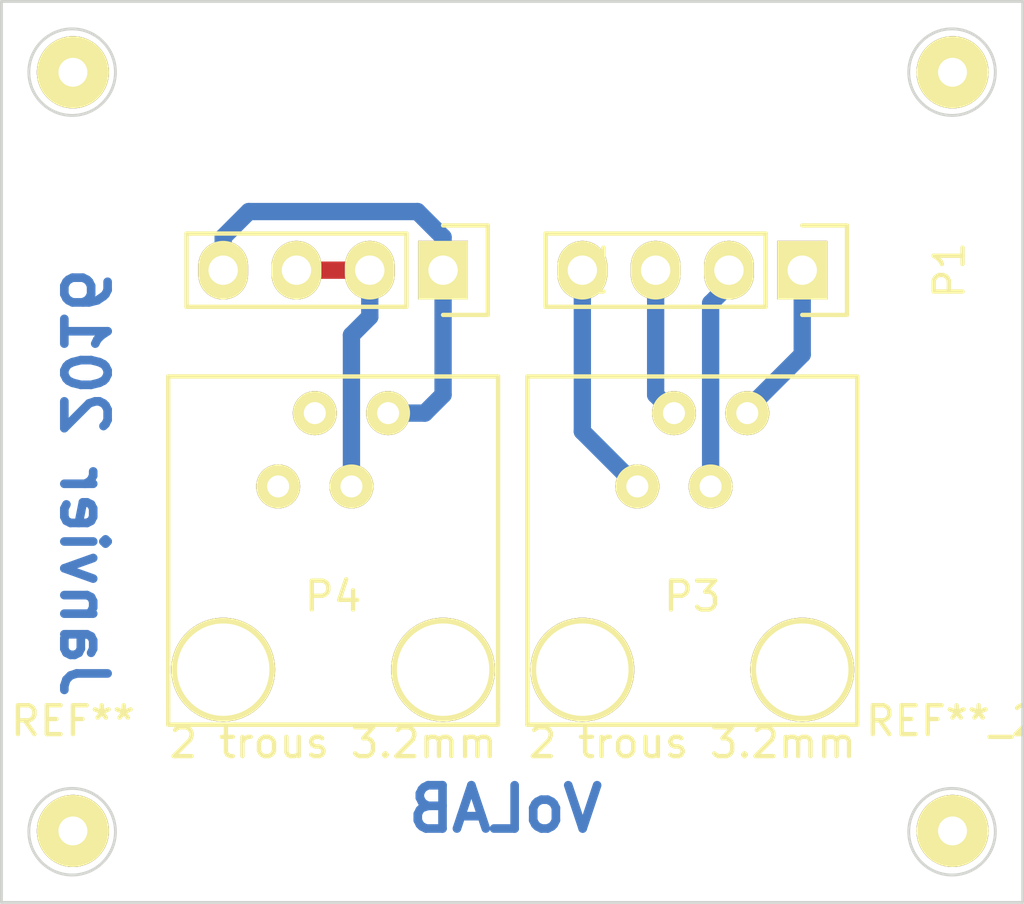
<source format=kicad_pcb>
(kicad_pcb (version 20171130) (host pcbnew "(5.1.12)-1")

  (general
    (thickness 1.6)
    (drawings 95)
    (tracks 22)
    (zones 0)
    (modules 8)
    (nets 9)
  )

  (page A4)
  (layers
    (0 F.Cu signal)
    (31 B.Cu signal)
    (32 B.Adhes user)
    (33 F.Adhes user hide)
    (34 B.Paste user)
    (35 F.Paste user)
    (36 B.SilkS user)
    (37 F.SilkS user)
    (38 B.Mask user)
    (39 F.Mask user)
    (40 Dwgs.User user)
    (41 Cmts.User user)
    (42 Eco1.User user hide)
    (43 Eco2.User user)
    (44 Edge.Cuts user)
    (45 Margin user hide)
    (46 B.CrtYd user)
    (47 F.CrtYd user)
    (48 B.Fab user)
    (49 F.Fab user)
  )

  (setup
    (last_trace_width 0.6)
    (trace_clearance 0.2)
    (zone_clearance 0.8)
    (zone_45_only no)
    (trace_min 0.2)
    (via_size 0.6)
    (via_drill 0.4)
    (via_min_size 0.4)
    (via_min_drill 0.3)
    (uvia_size 0.3)
    (uvia_drill 0.1)
    (uvias_allowed no)
    (uvia_min_size 0.2)
    (uvia_min_drill 0.1)
    (edge_width 0.15)
    (segment_width 0.1)
    (pcb_text_width 0.3)
    (pcb_text_size 1.5 1.5)
    (mod_edge_width 0.15)
    (mod_text_size 1 1)
    (mod_text_width 0.15)
    (pad_size 1.524 1.524)
    (pad_drill 0.762)
    (pad_to_mask_clearance 0.2)
    (aux_axis_origin 0 0)
    (visible_elements 7FFFFFDF)
    (pcbplotparams
      (layerselection 0x00000_80000000)
      (usegerberextensions false)
      (usegerberattributes true)
      (usegerberadvancedattributes true)
      (creategerberjobfile true)
      (excludeedgelayer false)
      (linewidth 0.100000)
      (plotframeref false)
      (viasonmask false)
      (mode 1)
      (useauxorigin false)
      (hpglpennumber 1)
      (hpglpenspeed 20)
      (hpglpendiameter 15.000000)
      (psnegative false)
      (psa4output false)
      (plotreference true)
      (plotvalue true)
      (plotinvisibletext false)
      (padsonsilk false)
      (subtractmaskfromsilk false)
      (outputformat 5)
      (mirror false)
      (drillshape 1)
      (scaleselection 1)
      (outputdirectory "outputs/"))
  )

  (net 0 "")
  (net 1 /COILA_A)
  (net 2 /COILA_B)
  (net 3 /COILB_A)
  (net 4 /COILB_B)
  (net 5 /VCC)
  (net 6 /GND)
  (net 7 "Net-(P4-Pad3)")
  (net 8 "Net-(P4-Pad4)")

  (net_class Default "Ceci est la Netclass par défaut"
    (clearance 0.2)
    (trace_width 0.6)
    (via_dia 0.6)
    (via_drill 0.4)
    (uvia_dia 0.3)
    (uvia_drill 0.1)
    (add_net /COILA_A)
    (add_net /COILA_B)
    (add_net /COILB_A)
    (add_net /COILB_B)
    (add_net /GND)
    (add_net /VCC)
    (add_net "Net-(P4-Pad3)")
    (add_net "Net-(P4-Pad4)")
  )

  (module rj9Test:RJ9 (layer F.Cu) (tedit 569431DB) (tstamp 569D5B1D)
    (at 151.511 100.838)
    (path /569D4CC5)
    (fp_text reference P4 (at 0 -2.54) (layer F.SilkS)
      (effects (font (size 1 1) (thickness 0.15)))
    )
    (fp_text value RJ9 (at 0 -0.5) (layer F.Fab)
      (effects (font (size 1 1) (thickness 0.15)))
    )
    (fp_line (start 5.715 1.905) (end -5.715 1.905) (layer F.SilkS) (width 0.15))
    (fp_line (start 5.715 -10.16) (end 5.715 1.27) (layer F.SilkS) (width 0.15))
    (fp_line (start -5.715 -10.16) (end 5.715 -10.16) (layer F.SilkS) (width 0.15))
    (fp_line (start -5.715 1.27) (end -5.715 -10.16) (layer F.SilkS) (width 0.15))
    (fp_line (start 5.715 1.905) (end 5.715 1.27) (layer F.SilkS) (width 0.15))
    (fp_line (start -5.715 1.905) (end 5.715 1.905) (layer F.SilkS) (width 0.15))
    (fp_line (start -5.715 1.27) (end -5.715 1.905) (layer F.SilkS) (width 0.15))
    (fp_text user "2 trous 3.2mm" (at 0 2.54) (layer F.SilkS)
      (effects (font (size 1 1) (thickness 0.15)))
    )
    (pad 1 thru_hole circle (at 1.905 -8.89) (size 1.524 1.524) (drill 0.762) (layers *.Cu *.Mask F.SilkS)
      (net 5 /VCC))
    (pad 2 thru_hole circle (at 0.635 -6.35) (size 1.524 1.524) (drill 0.762) (layers *.Cu *.Mask F.SilkS)
      (net 6 /GND))
    (pad 3 thru_hole circle (at -0.635 -8.89) (size 1.524 1.524) (drill 0.762) (layers *.Cu *.Mask F.SilkS)
      (net 7 "Net-(P4-Pad3)"))
    (pad 4 thru_hole circle (at -1.905 -6.35) (size 1.524 1.524) (drill 0.762) (layers *.Cu *.Mask F.SilkS)
      (net 8 "Net-(P4-Pad4)"))
    (pad "" thru_hole circle (at -3.81 0) (size 3.6 3.6) (drill 3.2) (layers *.Cu *.Mask F.SilkS))
    (pad "" thru_hole circle (at 3.81 0) (size 3.6 3.6) (drill 3.2) (layers *.Cu *.Mask F.SilkS))
  )

  (module Pin_Headers:Pin_Header_Straight_1x04 (layer F.Cu) (tedit 0) (tstamp 569D5B01)
    (at 167.767 86.995 270)
    (descr "Through hole pin header")
    (tags "pin header")
    (path /569D4D6C)
    (fp_text reference P1 (at 0 -5.1 270) (layer F.SilkS)
      (effects (font (size 1 1) (thickness 0.15)))
    )
    (fp_text value CONN_01X04 (at 0 -3.1 270) (layer F.Fab)
      (effects (font (size 1 1) (thickness 0.15)))
    )
    (fp_line (start -1.55 -1.55) (end 1.55 -1.55) (layer F.SilkS) (width 0.15))
    (fp_line (start -1.55 0) (end -1.55 -1.55) (layer F.SilkS) (width 0.15))
    (fp_line (start 1.27 1.27) (end -1.27 1.27) (layer F.SilkS) (width 0.15))
    (fp_line (start -1.27 8.89) (end 1.27 8.89) (layer F.SilkS) (width 0.15))
    (fp_line (start 1.55 -1.55) (end 1.55 0) (layer F.SilkS) (width 0.15))
    (fp_line (start 1.27 1.27) (end 1.27 8.89) (layer F.SilkS) (width 0.15))
    (fp_line (start -1.27 1.27) (end -1.27 8.89) (layer F.SilkS) (width 0.15))
    (fp_line (start -1.75 9.4) (end 1.75 9.4) (layer F.CrtYd) (width 0.05))
    (fp_line (start -1.75 -1.75) (end 1.75 -1.75) (layer F.CrtYd) (width 0.05))
    (fp_line (start 1.75 -1.75) (end 1.75 9.4) (layer F.CrtYd) (width 0.05))
    (fp_line (start -1.75 -1.75) (end -1.75 9.4) (layer F.CrtYd) (width 0.05))
    (pad 1 thru_hole rect (at 0 0 270) (size 2.032 1.7272) (drill 1.016) (layers *.Cu *.Mask F.SilkS)
      (net 1 /COILA_A))
    (pad 2 thru_hole oval (at 0 2.54 270) (size 2.032 1.7272) (drill 1.016) (layers *.Cu *.Mask F.SilkS)
      (net 2 /COILA_B))
    (pad 3 thru_hole oval (at 0 5.08 270) (size 2.032 1.7272) (drill 1.016) (layers *.Cu *.Mask F.SilkS)
      (net 3 /COILB_A))
    (pad 4 thru_hole oval (at 0 7.62 270) (size 2.032 1.7272) (drill 1.016) (layers *.Cu *.Mask F.SilkS)
      (net 4 /COILB_B))
    (model Pin_Headers.3dshapes/Pin_Header_Straight_1x04.wrl
      (offset (xyz 0 -3.809999942779541 0))
      (scale (xyz 1 1 1))
      (rotate (xyz 0 0 90))
    )
  )

  (module Pin_Headers:Pin_Header_Straight_1x04 (layer F.Cu) (tedit 0) (tstamp 569D5B09)
    (at 155.321 86.995 270)
    (descr "Through hole pin header")
    (tags "pin header")
    (path /569D4E1C)
    (fp_text reference P2 (at 0 -5.1 270) (layer F.SilkS)
      (effects (font (size 1 1) (thickness 0.15)))
    )
    (fp_text value CONN_01X04 (at 0 -3.1 270) (layer F.Fab)
      (effects (font (size 1 1) (thickness 0.15)))
    )
    (fp_line (start -1.55 -1.55) (end 1.55 -1.55) (layer F.SilkS) (width 0.15))
    (fp_line (start -1.55 0) (end -1.55 -1.55) (layer F.SilkS) (width 0.15))
    (fp_line (start 1.27 1.27) (end -1.27 1.27) (layer F.SilkS) (width 0.15))
    (fp_line (start -1.27 8.89) (end 1.27 8.89) (layer F.SilkS) (width 0.15))
    (fp_line (start 1.55 -1.55) (end 1.55 0) (layer F.SilkS) (width 0.15))
    (fp_line (start 1.27 1.27) (end 1.27 8.89) (layer F.SilkS) (width 0.15))
    (fp_line (start -1.27 1.27) (end -1.27 8.89) (layer F.SilkS) (width 0.15))
    (fp_line (start -1.75 9.4) (end 1.75 9.4) (layer F.CrtYd) (width 0.05))
    (fp_line (start -1.75 -1.75) (end 1.75 -1.75) (layer F.CrtYd) (width 0.05))
    (fp_line (start 1.75 -1.75) (end 1.75 9.4) (layer F.CrtYd) (width 0.05))
    (fp_line (start -1.75 -1.75) (end -1.75 9.4) (layer F.CrtYd) (width 0.05))
    (pad 1 thru_hole rect (at 0 0 270) (size 2.032 1.7272) (drill 1.016) (layers *.Cu *.Mask F.SilkS)
      (net 5 /VCC))
    (pad 2 thru_hole oval (at 0 2.54 270) (size 2.032 1.7272) (drill 1.016) (layers *.Cu *.Mask F.SilkS)
      (net 6 /GND))
    (pad 3 thru_hole oval (at 0 5.08 270) (size 2.032 1.7272) (drill 1.016) (layers *.Cu *.Mask F.SilkS)
      (net 6 /GND))
    (pad 4 thru_hole oval (at 0 7.62 270) (size 2.032 1.7272) (drill 1.016) (layers *.Cu *.Mask F.SilkS)
      (net 5 /VCC))
    (model Pin_Headers.3dshapes/Pin_Header_Straight_1x04.wrl
      (offset (xyz 0 -3.809999942779541 0))
      (scale (xyz 1 1 1))
      (rotate (xyz 0 0 90))
    )
  )

  (module rj9Test:RJ9 (layer F.Cu) (tedit 569431DB) (tstamp 569D5B13)
    (at 163.957 100.838)
    (path /569D4C60)
    (fp_text reference P3 (at 0 -2.54) (layer F.SilkS)
      (effects (font (size 1 1) (thickness 0.15)))
    )
    (fp_text value RJ9 (at 0 -0.5) (layer F.Fab)
      (effects (font (size 1 1) (thickness 0.15)))
    )
    (fp_line (start 5.715 1.905) (end -5.715 1.905) (layer F.SilkS) (width 0.15))
    (fp_line (start 5.715 -10.16) (end 5.715 1.27) (layer F.SilkS) (width 0.15))
    (fp_line (start -5.715 -10.16) (end 5.715 -10.16) (layer F.SilkS) (width 0.15))
    (fp_line (start -5.715 1.27) (end -5.715 -10.16) (layer F.SilkS) (width 0.15))
    (fp_line (start 5.715 1.905) (end 5.715 1.27) (layer F.SilkS) (width 0.15))
    (fp_line (start -5.715 1.905) (end 5.715 1.905) (layer F.SilkS) (width 0.15))
    (fp_line (start -5.715 1.27) (end -5.715 1.905) (layer F.SilkS) (width 0.15))
    (fp_text user "2 trous 3.2mm" (at 0 2.54) (layer F.SilkS)
      (effects (font (size 1 1) (thickness 0.15)))
    )
    (pad 1 thru_hole circle (at 1.905 -8.89) (size 1.524 1.524) (drill 0.762) (layers *.Cu *.Mask F.SilkS)
      (net 1 /COILA_A))
    (pad 2 thru_hole circle (at 0.635 -6.35) (size 1.524 1.524) (drill 0.762) (layers *.Cu *.Mask F.SilkS)
      (net 2 /COILA_B))
    (pad 3 thru_hole circle (at -0.635 -8.89) (size 1.524 1.524) (drill 0.762) (layers *.Cu *.Mask F.SilkS)
      (net 3 /COILB_A))
    (pad 4 thru_hole circle (at -1.905 -6.35) (size 1.524 1.524) (drill 0.762) (layers *.Cu *.Mask F.SilkS)
      (net 4 /COILB_B))
    (pad "" thru_hole circle (at -3.81 0) (size 3.6 3.6) (drill 3.2) (layers *.Cu *.Mask F.SilkS))
    (pad "" thru_hole circle (at 3.81 0) (size 3.6 3.6) (drill 3.2) (layers *.Cu *.Mask F.SilkS))
  )

  (module Wire_Pads:SolderWirePad_single_1mmDrill (layer F.Cu) (tedit 0) (tstamp 56A29AF6)
    (at 142.494 80.137)
    (fp_text reference REF**_4 (at 0 -3.81) (layer F.SilkS)
      (effects (font (size 1 1) (thickness 0.15)))
    )
    (fp_text value SolderWirePad_single_1mmDrill (at -1.905 3.175) (layer F.Fab)
      (effects (font (size 1 1) (thickness 0.15)))
    )
    (pad 1 thru_hole circle (at 0 0) (size 2.49936 2.49936) (drill 1.00076) (layers *.Cu *.Mask F.SilkS))
  )

  (module Wire_Pads:SolderWirePad_single_1mmDrill (layer F.Cu) (tedit 0) (tstamp 56A29B0B)
    (at 172.974 80.137)
    (fp_text reference REF**_3 (at 0 -3.81) (layer F.SilkS)
      (effects (font (size 1 1) (thickness 0.15)))
    )
    (fp_text value SolderWirePad_single_1mmDrill (at -1.905 3.175) (layer F.Fab)
      (effects (font (size 1 1) (thickness 0.15)))
    )
    (pad 1 thru_hole circle (at 0 0) (size 2.49936 2.49936) (drill 1.00076) (layers *.Cu *.Mask F.SilkS))
  )

  (module Wire_Pads:SolderWirePad_single_1mmDrill (layer F.Cu) (tedit 0) (tstamp 56A29B54)
    (at 172.974 106.426)
    (fp_text reference REF**_2 (at 0 -3.81) (layer F.SilkS)
      (effects (font (size 1 1) (thickness 0.15)))
    )
    (fp_text value SolderWirePad_single_1mmDrill (at -1.905 3.175) (layer F.Fab)
      (effects (font (size 1 1) (thickness 0.15)))
    )
    (pad 1 thru_hole circle (at 0 0) (size 2.49936 2.49936) (drill 1.00076) (layers *.Cu *.Mask F.SilkS))
  )

  (module Wire_Pads:SolderWirePad_single_1mmDrill (layer F.Cu) (tedit 0) (tstamp 56A29B66)
    (at 142.494 106.426)
    (fp_text reference REF** (at 0 -3.81) (layer F.SilkS)
      (effects (font (size 1 1) (thickness 0.15)))
    )
    (fp_text value SolderWirePad_single_1mmDrill (at -1.905 3.175) (layer F.Fab)
      (effects (font (size 1 1) (thickness 0.15)))
    )
    (pad 1 thru_hole circle (at 0 0) (size 2.49936 2.49936) (drill 1.00076) (layers *.Cu *.Mask F.SilkS))
  )

  (gr_text "Janvier 2016" (at 142.875 94.361 270) (layer B.Cu)
    (effects (font (size 1.5 1.5) (thickness 0.3)) (justify mirror))
  )
  (gr_text VoLAB (at 157.48 105.664) (layer B.Cu)
    (effects (font (size 1.5 1.5) (thickness 0.3)) (justify mirror))
  )
  (gr_line (start 170.434 109.093) (end 170.434 76.073) (angle 90) (layer Margin) (width 0.1))
  (gr_line (start 139.446 103.886) (end 177.927 103.886) (angle 90) (layer Margin) (width 0.1))
  (gr_line (start 145.034 86.741) (end 145.034 110.617) (angle 90) (layer Margin) (width 0.1))
  (gr_line (start 149.352 82.677) (end 176.911 82.677) (angle 90) (layer Margin) (width 0.1))
  (gr_line (start 139.7 82.677) (end 149.352 82.677) (angle 90) (layer Margin) (width 0.1))
  (gr_line (start 145.034 77.47) (end 144.272 77.47) (angle 90) (layer Margin) (width 0.1))
  (gr_line (start 145.034 75.819) (end 145.034 86.741) (angle 90) (layer Margin) (width 0.1))
  (gr_line (start 164.558745 97.939125) (end 170.364586 97.939125) (layer Eco1.User) (width 0.1))
  (gr_line (start 164.558745 76.419125) (end 176.558745 76.419125) (layer Eco1.User) (width 0.1))
  (gr_line (start 164.558745 87.419125) (end 170.364586 87.419125) (layer Eco1.User) (width 0.1))
  (gr_line (start 170.364586 103.439125) (end 164.558745 103.439125) (layer Eco1.User) (width 0.1))
  (gr_line (start 170.364586 104.004032) (end 145.364586 104.004032) (layer Eco1.User) (width 0.1))
  (gr_line (start 170.364586 82.914218) (end 170.364586 104.004032) (layer Eco1.User) (width 0.1))
  (gr_line (start 145.364586 104.004032) (end 145.364586 82.914218) (layer Eco1.User) (width 0.1))
  (gr_line (start 145.364586 82.914218) (end 170.364586 82.914218) (layer Eco1.User) (width 0.1))
  (gr_line (start 138.558745 110.459125) (end 138.558745 76.459125) (layer Eco1.User) (width 0.1))
  (gr_line (start 176.558745 76.459125) (end 138.558745 76.459125) (layer Eco1.User) (width 0.1))
  (gr_line (start 176.558745 110.459125) (end 138.558745 110.459125) (layer Eco1.User) (width 0.1))
  (gr_line (start 164.558745 104.004032) (end 164.558745 103.439125) (layer Eco1.User) (width 0.1))
  (gr_line (start 164.558745 99.550037) (end 164.558745 97.939125) (layer Eco1.User) (width 0.1))
  (gr_line (start 164.558745 103.439125) (end 164.558745 99.550037) (layer Eco1.User) (width 0.1))
  (gr_line (start 164.558745 87.419125) (end 164.558745 82.914218) (layer Eco1.User) (width 0.1))
  (gr_line (start 164.558745 76.459125) (end 164.558745 76.419125) (layer Eco1.User) (width 0.1))
  (gr_line (start 176.558745 76.459125) (end 176.558745 76.419125) (layer Eco1.User) (width 0.1))
  (gr_line (start 176.558745 76.459125) (end 176.558745 110.459125) (layer Eco1.User) (width 0.1))
  (gr_line (start 179.558745 76.459125) (end 176.558745 76.459125) (layer Eco1.User) (width 0.1))
  (gr_line (start 179.558745 110.459125) (end 176.558745 110.459125) (layer Eco1.User) (width 0.1))
  (gr_line (start 176.558745 99.550037) (end 176.558745 97.939125) (layer Eco1.User) (width 0.1))
  (gr_line (start 176.558745 103.439125) (end 176.558745 99.550037) (layer Eco1.User) (width 0.1))
  (gr_line (start 176.558745 78.271636) (end 176.558745 76.459125) (layer Eco1.User) (width 0.1))
  (gr_line (start 176.558745 81.919125) (end 176.558745 78.271636) (layer Eco1.User) (width 0.1))
  (gr_line (start 176.558745 85.808212) (end 176.558745 81.919125) (layer Eco1.User) (width 0.1))
  (gr_line (start 176.558745 87.419125) (end 176.558745 85.808212) (layer Eco1.User) (width 0.1))
  (gr_line (start 179.558745 76.459125) (end 176.558745 76.459125) (layer Eco1.User) (width 0.1))
  (gr_line (start 179.558745 110.459125) (end 176.558745 110.459125) (layer Eco1.User) (width 0.1))
  (gr_line (start 179.558745 104.689125) (end 179.558745 103.439125) (layer Eco1.User) (width 0.1))
  (gr_line (start 179.558745 103.439125) (end 179.558745 102.189125) (layer Eco1.User) (width 0.1))
  (gr_line (start 179.558745 76.459125) (end 179.558745 110.459125) (layer Eco1.User) (width 0.1))
  (gr_line (start 179.558745 108.818922) (end 179.558745 110.459125) (layer Eco1.User) (width 0.1))
  (gr_line (start 179.558745 104.859125) (end 179.558745 108.818922) (layer Eco1.User) (width 0.1))
  (gr_line (start 164.558745 97.939125) (end 170.364586 97.939125) (layer Eco1.User) (width 0.1))
  (gr_line (start 164.558745 76.419125) (end 176.558745 76.419125) (layer Eco1.User) (width 0.1))
  (gr_line (start 164.558745 87.419125) (end 170.364586 87.419125) (layer Eco1.User) (width 0.1))
  (gr_line (start 170.364586 103.439125) (end 164.558745 103.439125) (layer Eco1.User) (width 0.1))
  (gr_line (start 170.364586 104.004032) (end 145.364586 104.004032) (layer Eco1.User) (width 0.1))
  (gr_line (start 170.364586 82.914218) (end 170.364586 104.004032) (layer Eco1.User) (width 0.1))
  (gr_line (start 145.364586 104.004032) (end 145.364586 82.914218) (layer Eco1.User) (width 0.1))
  (gr_line (start 145.364586 82.914218) (end 170.364586 82.914218) (layer Eco1.User) (width 0.1))
  (gr_line (start 138.558745 110.459125) (end 138.558745 76.459125) (layer Eco1.User) (width 0.1))
  (gr_line (start 176.558745 76.459125) (end 138.558745 76.459125) (layer Eco1.User) (width 0.1))
  (gr_line (start 176.558745 110.459125) (end 138.558745 110.459125) (layer Eco1.User) (width 0.1))
  (gr_line (start 164.558745 104.004032) (end 164.558745 103.439125) (layer Eco1.User) (width 0.1))
  (gr_line (start 164.558745 99.550037) (end 164.558745 97.939125) (layer Eco1.User) (width 0.1))
  (gr_line (start 164.558745 103.439125) (end 164.558745 99.550037) (layer Eco1.User) (width 0.1))
  (gr_line (start 164.558745 87.419125) (end 164.558745 82.914218) (layer Eco1.User) (width 0.1))
  (gr_line (start 164.558745 76.459125) (end 164.558745 76.419125) (layer Eco1.User) (width 0.1))
  (gr_line (start 176.558745 76.459125) (end 176.558745 76.419125) (layer Eco1.User) (width 0.1))
  (gr_line (start 176.558745 76.459125) (end 176.558745 110.459125) (layer Eco1.User) (width 0.1))
  (gr_line (start 179.558745 76.459125) (end 176.558745 76.459125) (layer Eco1.User) (width 0.1))
  (gr_line (start 179.558745 110.459125) (end 176.558745 110.459125) (layer Eco1.User) (width 0.1))
  (gr_line (start 176.558745 99.550037) (end 176.558745 97.939125) (layer Eco1.User) (width 0.1))
  (gr_line (start 176.558745 103.439125) (end 176.558745 99.550037) (layer Eco1.User) (width 0.1))
  (gr_line (start 176.558745 78.271636) (end 176.558745 76.459125) (layer Eco1.User) (width 0.1))
  (gr_line (start 176.558745 81.919125) (end 176.558745 78.271636) (layer Eco1.User) (width 0.1))
  (gr_line (start 176.558745 85.808212) (end 176.558745 81.919125) (layer Eco1.User) (width 0.1))
  (gr_line (start 176.558745 87.419125) (end 176.558745 85.808212) (layer Eco1.User) (width 0.1))
  (gr_line (start 179.558745 76.459125) (end 176.558745 76.459125) (layer Eco1.User) (width 0.1))
  (gr_line (start 179.558745 110.459125) (end 176.558745 110.459125) (layer Eco1.User) (width 0.1))
  (gr_line (start 179.558745 104.689125) (end 179.558745 103.439125) (layer Eco1.User) (width 0.1))
  (gr_line (start 179.558745 103.439125) (end 179.558745 102.189125) (layer Eco1.User) (width 0.1))
  (gr_line (start 179.558745 76.459125) (end 179.558745 110.459125) (layer Eco1.User) (width 0.1))
  (gr_line (start 179.558745 108.818922) (end 179.558745 110.459125) (layer Eco1.User) (width 0.1))
  (gr_line (start 179.558745 104.859125) (end 179.558745 108.818922) (layer Eco1.User) (width 0.1))
  (gr_line (start 140.0175 77.6825) (end 175.4075 77.6825) (layer Edge.Cuts) (width 0.1))
  (gr_line (start 140.0175 108.9025) (end 140.0175 77.6825) (layer Edge.Cuts) (width 0.1))
  (gr_line (start 175.4075 108.9025) (end 140.0175 108.9025) (layer Edge.Cuts) (width 0.1))
  (gr_line (start 175.4075 77.6825) (end 175.4075 108.9025) (layer Edge.Cuts) (width 0.1))
  (dimension 2.54 (width 0.01) (layer Margin)
    (gr_text "2,540 mm" (at 171.704 114.38) (layer Margin)
      (effects (font (size 1.5 1.5) (thickness 0.01)))
    )
    (feature1 (pts (xy 170.434 106.426) (xy 170.434 115.73)))
    (feature2 (pts (xy 172.974 106.426) (xy 172.974 115.73)))
    (crossbar (pts (xy 172.974 113.03) (xy 170.434 113.03)))
    (arrow1a (pts (xy 170.434 113.03) (xy 171.560504 112.443579)))
    (arrow1b (pts (xy 170.434 113.03) (xy 171.560504 113.616421)))
    (arrow2a (pts (xy 172.974 113.03) (xy 171.847496 112.443579)))
    (arrow2b (pts (xy 172.974 113.03) (xy 171.847496 113.616421)))
  )
  (dimension 2.54 (width 0.01) (layer Margin)
    (gr_text "2,540 mm" (at 135.302 105.156 90) (layer Margin)
      (effects (font (size 1.5 1.5) (thickness 0.01)))
    )
    (feature1 (pts (xy 142.494 103.886) (xy 133.952 103.886)))
    (feature2 (pts (xy 142.494 106.426) (xy 133.952 106.426)))
    (crossbar (pts (xy 136.652 106.426) (xy 136.652 103.886)))
    (arrow1a (pts (xy 136.652 103.886) (xy 137.238421 105.012504)))
    (arrow1b (pts (xy 136.652 103.886) (xy 136.065579 105.012504)))
    (arrow2a (pts (xy 136.652 106.426) (xy 137.238421 105.299496)))
    (arrow2b (pts (xy 136.652 106.426) (xy 136.065579 105.299496)))
  )
  (dimension 2.54 (width 0.01) (layer Margin)
    (gr_text "2,540 mm" (at 137.461 81.407 270) (layer Margin)
      (effects (font (size 1.5 1.5) (thickness 0.01)))
    )
    (feature1 (pts (xy 142.494 82.677) (xy 136.111 82.677)))
    (feature2 (pts (xy 142.494 80.137) (xy 136.111 80.137)))
    (crossbar (pts (xy 138.811 80.137) (xy 138.811 82.677)))
    (arrow1a (pts (xy 138.811 82.677) (xy 138.224579 81.550496)))
    (arrow1b (pts (xy 138.811 82.677) (xy 139.397421 81.550496)))
    (arrow2a (pts (xy 138.811 80.137) (xy 138.224579 81.263504)))
    (arrow2b (pts (xy 138.811 80.137) (xy 139.397421 81.263504)))
  )
  (dimension 2.54 (width 0.1) (layer Margin)
    (gr_text "2,540 mm" (at 143.764 72.183) (layer Margin)
      (effects (font (size 1.5 1.5) (thickness 0.1)))
    )
    (feature1 (pts (xy 145.034 77.343) (xy 145.034 70.833)))
    (feature2 (pts (xy 142.494 77.343) (xy 142.494 70.833)))
    (crossbar (pts (xy 142.494 73.533) (xy 145.034 73.533)))
    (arrow1a (pts (xy 145.034 73.533) (xy 143.907496 74.119421)))
    (arrow1b (pts (xy 145.034 73.533) (xy 143.907496 72.946579)))
    (arrow2a (pts (xy 142.494 73.533) (xy 143.620504 74.119421)))
    (arrow2b (pts (xy 142.494 73.533) (xy 143.620504 72.946579)))
  )
  (gr_circle (center 172.755166 80.065616) (end 174.255166 80.065616) (layer Eco1.User) (width 0.1))
  (gr_circle (center 172.755166 106.385616) (end 174.255166 106.385616) (layer Eco1.User) (width 0.1))
  (gr_circle (center 142.265166 106.385616) (end 143.765166 106.385616) (layer Eco1.User) (width 0.1))
  (gr_circle (center 142.265166 80.065616) (end 143.765166 80.065616) (layer Eco1.User) (width 0.1))
  (gr_circle (center 172.755166 80.065616) (end 174.255166 80.065616) (layer Eco1.User) (width 0.1))
  (gr_circle (center 172.755166 106.385616) (end 174.255166 106.385616) (layer Eco1.User) (width 0.1))
  (gr_circle (center 142.265166 106.385616) (end 143.765166 106.385616) (layer Eco1.User) (width 0.1))
  (gr_circle (center 142.265166 80.065616) (end 143.765166 80.065616) (layer Eco1.User) (width 0.1))
  (gr_circle (center 172.9575 106.4525) (end 172.9575 104.9525) (layer Edge.Cuts) (width 0.1))
  (gr_circle (center 142.4675 106.4525) (end 142.4675 104.9525) (layer Edge.Cuts) (width 0.1))
  (gr_circle (center 172.9575 80.1325) (end 172.9575 78.6325) (layer Edge.Cuts) (width 0.1))
  (gr_circle (center 142.4675 80.1325) (end 142.4675 78.6325) (layer Edge.Cuts) (width 0.1))

  (segment (start 167.767 86.995) (end 167.767 89.916) (width 0.6) (layer B.Cu) (net 1))
  (segment (start 167.767 89.916) (end 165.862 91.821) (width 0.6) (layer B.Cu) (net 1))
  (segment (start 165.862 91.821) (end 165.862 91.948) (width 0.6) (layer B.Cu) (net 1))
  (segment (start 164.592 94.488) (end 164.592 88.138) (width 0.6) (layer B.Cu) (net 2))
  (segment (start 164.592 88.138) (end 165.227 87.503) (width 0.6) (layer B.Cu) (net 2))
  (segment (start 165.227 87.503) (end 165.227 86.995) (width 0.6) (layer B.Cu) (net 2))
  (segment (start 162.687 86.995) (end 162.687 91.313) (width 0.6) (layer B.Cu) (net 3))
  (segment (start 162.687 91.313) (end 163.322 91.948) (width 0.6) (layer B.Cu) (net 3))
  (segment (start 160.147 86.995) (end 160.147 92.583) (width 0.6) (layer B.Cu) (net 4))
  (segment (start 160.147 92.583) (end 162.052 94.488) (width 0.6) (layer B.Cu) (net 4))
  (segment (start 147.701 86.995) (end 147.701 85.852) (width 0.6) (layer B.Cu) (net 5))
  (segment (start 147.701 85.852) (end 148.59 84.963) (width 0.6) (layer B.Cu) (net 5))
  (segment (start 148.59 84.963) (end 154.432 84.963) (width 0.6) (layer B.Cu) (net 5))
  (segment (start 154.432 84.963) (end 155.321 85.852) (width 0.6) (layer B.Cu) (net 5))
  (segment (start 155.321 85.852) (end 155.321 86.995) (width 0.6) (layer B.Cu) (net 5))
  (segment (start 153.416 91.948) (end 154.686 91.948) (width 0.6) (layer B.Cu) (net 5))
  (segment (start 154.686 91.948) (end 155.321 91.313) (width 0.6) (layer B.Cu) (net 5))
  (segment (start 155.321 91.313) (end 155.321 86.995) (width 0.6) (layer B.Cu) (net 5))
  (segment (start 152.781 86.995) (end 152.781 88.611) (width 0.6) (layer B.Cu) (net 6))
  (segment (start 152.781 88.611) (end 152.146 89.246) (width 0.6) (layer B.Cu) (net 6))
  (segment (start 152.146 89.246) (end 152.146 94.488) (width 0.6) (layer B.Cu) (net 6))
  (segment (start 150.241 86.995) (end 152.781 86.995) (width 0.6) (layer F.Cu) (net 6))

)

</source>
